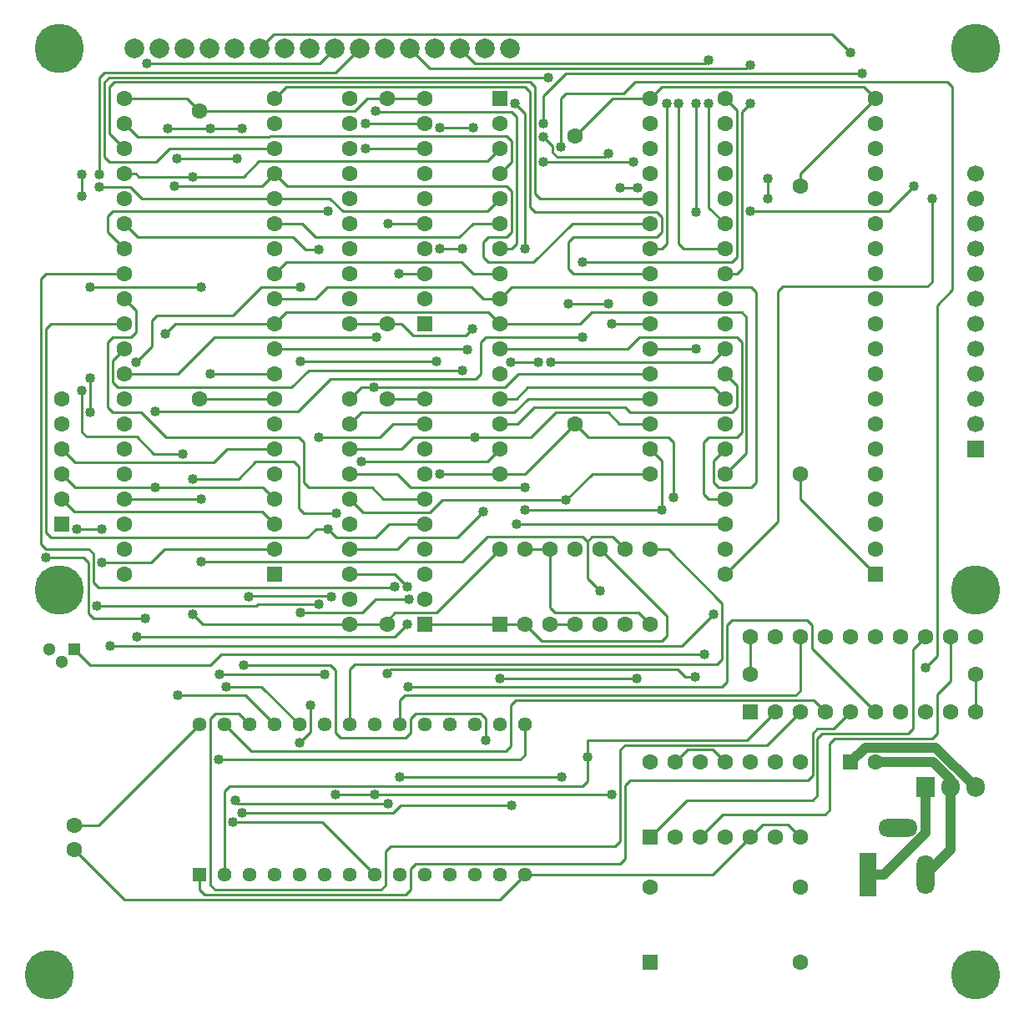
<source format=gbr>
%TF.GenerationSoftware,Novarm,DipTrace,4.3.0.5*%
%TF.CreationDate,2023-08-31T12:43:09+01:00*%
%FSLAX26Y26*%
%MOIN*%
%TF.FileFunction,Copper,L1,Top*%
%TF.Part,Single*%
%TA.AperFunction,Conductor*%
%ADD13C,0.009843*%
%ADD14C,0.03937*%
%TA.AperFunction,ComponentPad*%
%ADD17R,0.062992X0.062992*%
%ADD18C,0.062992*%
%ADD19C,0.19685*%
%ADD20R,0.056693X0.056693*%
%ADD21C,0.056693*%
%ADD22C,0.062992*%
%ADD23R,0.070866X0.173228*%
%ADD24O,0.070866X0.15748*%
%ADD25O,0.15748X0.070866*%
%ADD26R,0.066929X0.066929*%
%ADD27C,0.066929*%
%ADD28R,0.051181X0.051181*%
%ADD29C,0.051181*%
%ADD30R,0.075X0.07874*%
%ADD31O,0.075X0.07874*%
%ADD32C,0.07874*%
%TA.AperFunction,ViaPad*%
%ADD33C,0.04*%
G75*
G01*
%LPD*%
X2063780Y1917913D2*
D13*
X1913386Y1918110D1*
X813386Y1116535D2*
X911811D1*
X1313386Y1518110D1*
X3513189Y1717717D2*
X3513386Y1868110D1*
X3113386Y4018110D2*
X2963386D1*
X2813386Y3868110D1*
X3914961Y1368110D2*
D14*
X3974016Y1427165D1*
X4254331D1*
X4413386Y1268110D1*
X2063780Y3117913D2*
D13*
X1913386Y3118110D1*
X3713386Y3668110D2*
Y3718110D1*
X4013386Y4018110D1*
X1613386Y2818110D2*
X1313386D1*
X1913386Y1918110D2*
X1326500D1*
X1286811Y1957799D1*
X3113386Y4018110D2*
X3159649Y4064374D1*
X3967122D1*
X4013386Y4018110D1*
X3293272Y1708504D2*
X3253744D1*
X3223901Y1738347D1*
X2078858D1*
X2063779Y1723268D1*
X1286811Y2499138D2*
X1470307D1*
X1538693Y2567524D1*
X1690744D1*
X1710429Y2547839D1*
Y2381170D1*
X1730114Y2361485D1*
X1860791D1*
X2063780Y3117913D2*
X2121772D1*
X2167835Y3071851D1*
X2376508D1*
X2403795Y3099138D1*
X2063780Y1917913D2*
Y1932878D1*
X2095275Y1964374D1*
X2259649D1*
X2513386Y2218110D1*
X1485240Y3899138D2*
X1356657D1*
X2579335Y2318819D2*
X3288032D1*
X3288741Y2318110D1*
X3413386D1*
X1491264Y1754729D2*
X1836815D1*
X1856500Y1735044D1*
Y1486414D1*
X1876185Y1466729D1*
X2136815D1*
X2156500Y1486414D1*
Y1541540D1*
X2176185Y1561225D1*
X2436815D1*
X2456500Y1541540D1*
Y1455319D1*
X1613386Y2918110D2*
X1356657Y2918114D1*
Y3899138D2*
X1188307D1*
X3113386Y3118110D2*
X2959649Y3118114D1*
X1856500Y1238461D2*
X2013386D1*
X904646Y1992563D2*
X1542425D1*
X1549000Y1999138D1*
X1791264D1*
X879177Y2902721D2*
Y2764374D1*
X1321894Y3264374D2*
X879177D1*
X2013386Y1238461D2*
X2959649D1*
X1613386Y4018110D2*
X1659649Y4064374D1*
X2614098D1*
X2633783Y4044689D1*
Y3584059D1*
X2653468Y3564374D1*
X3139964D1*
X3159649Y3544689D1*
Y3484059D1*
X3139964Y3464374D1*
X2808354D1*
X2788669Y3444689D1*
Y3337800D1*
X2808359Y3318110D1*
X3113386D1*
X1813386Y1719965D2*
X1394413D1*
X3613386Y1568110D2*
X3502165Y1456890D1*
X2862799D1*
Y1387362D1*
X2513386Y3718110D2*
X2559649Y3764374D1*
Y3847839D1*
X2539964Y3867524D1*
X1595807D1*
X1592657Y3864374D1*
X1067122D1*
X1013386Y3918110D1*
X2862799Y1387362D2*
Y1292910D1*
X2843114Y1273225D1*
X1433075D1*
X1413386Y1253535D1*
Y918110D1*
X3113386Y3618110D2*
X2673154D1*
X2653468Y3637796D1*
Y4064374D1*
X2633783Y4084059D1*
X972996D1*
X953311Y4064374D1*
Y3878185D1*
X1013386Y3818110D1*
X3713386Y1568110D2*
X3582480Y1437205D1*
X3014098D1*
X2994413Y1417520D1*
Y1052354D1*
X2974726Y1032667D1*
X2076185D1*
X2056500Y1012982D1*
Y877166D1*
X2036815Y857481D1*
X1376185D1*
X1356500Y877166D1*
Y1541540D1*
X1376185Y1561225D1*
X1470271D1*
X1513386Y1518110D1*
X1013386Y3718110D2*
X1059647D1*
X1070548Y3707209D1*
X1287130D1*
X1413386Y1518110D2*
X1519216Y1412280D1*
X2536815D1*
X2556500Y1431965D1*
Y1594685D1*
X2576185Y1614370D1*
X3767126D1*
X3813386Y1568110D1*
X1287130Y3707209D2*
X1490665D1*
X1550980Y3767524D1*
X2462799D1*
X2513386Y3818110D1*
X1313386Y918110D2*
Y857481D1*
X1333071Y837796D1*
X2136815D1*
X2156500Y857481D1*
Y941540D1*
X2176185Y961225D1*
X2994413D1*
X3014098Y980910D1*
Y1275784D1*
X3033786Y1295472D1*
X3743114D1*
X3762799Y1315157D1*
Y1481300D1*
X3782484Y1500985D1*
X3846260D1*
X3913386Y1568110D1*
X4013386D2*
X3759646Y1821850D1*
Y1914369D1*
X3739960Y1934055D1*
X3441106D1*
X3421421Y1914370D1*
Y1688504D1*
X3401736Y1668819D1*
X2148153D1*
X2688232Y3918111D2*
Y4030028D1*
X2777027Y4118823D1*
X3959646D1*
X3047441Y3764374D2*
X2688232D1*
X2274728Y3902288D2*
X2408071D1*
X4213386Y1746296D2*
X4259646Y1792556D1*
Y3192414D1*
X4321350Y3254118D1*
Y4064374D1*
X4301665Y4084059D1*
X3053664D1*
X3007401Y4037796D1*
X2777445D1*
X2757760Y4018111D1*
Y3824736D1*
X2513386Y3018110D2*
X3024307D1*
X3070570Y3064374D1*
X3459646D1*
X3479331Y3044689D1*
Y2684059D1*
X3459646Y2664374D1*
X3347441D1*
X3327756Y2644689D1*
Y2437799D1*
X3347445Y2418110D1*
X3413386D1*
X2113386Y1307988D2*
X2759649D1*
X2383622Y3013906D2*
X2379418Y3018110D1*
X1613386D1*
X1177772Y3079449D2*
X1216434Y3118110D1*
X1613386D1*
X1448153Y1128859D2*
X1802637D1*
X2013386Y918110D1*
X2513386Y3118110D2*
X2835059D1*
X2881322Y3164374D1*
X3479331D1*
X3499016Y3144689D1*
Y2603741D1*
X3413386Y2518110D1*
X1613386Y3118110D2*
X1659649Y3164374D1*
X2467122D1*
X2513386Y3118110D1*
X1613386Y3218110D2*
X1776981D1*
X1823244Y3264374D1*
X2401477D1*
X2447741Y3218110D1*
X2513386D1*
X2559649Y3264374D1*
X3518701D1*
X3538386Y3244689D1*
Y2484059D1*
X3518701Y2464374D1*
X3386811D1*
X3367126Y2484059D1*
Y2571851D1*
X3413386Y2618110D1*
X1613386Y3318110D2*
X1659649Y3364374D1*
X2360796D1*
X2407060Y3318110D1*
X2513386D1*
X1713386Y1447044D2*
X1756500Y1490158D1*
Y1595988D1*
X2017520Y3967524D2*
X2020670Y3964374D1*
X2559650D1*
X2579335Y3944689D1*
Y3437800D1*
X2559646Y3418110D1*
X2513386D1*
X1613386Y3518110D2*
X1725142D1*
X1778878Y3464374D1*
X2352141D1*
X2405878Y3518110D1*
X2513386D1*
X913941Y3664374D2*
X1036516D1*
X1082780Y3618110D1*
X1613386D1*
X1097559Y1942721D2*
X889567D1*
X869882Y1962406D1*
Y2166063D1*
X850197Y2185748D1*
X702047D1*
X1613386Y3618110D2*
X1835497D1*
X1886083Y3567524D1*
X2462799D1*
X2513386Y3618110D1*
X1212535Y3667524D2*
X1562799D1*
X1613386Y3718110D1*
X1226460Y1635359D2*
X1496137D1*
X1613386Y1518110D1*
Y3718110D2*
X1663972Y3667524D1*
X2539964D1*
X2559649Y3647839D1*
Y3484059D1*
X2539964Y3464374D1*
X2467126D1*
X2447441Y3444689D1*
Y3384059D1*
X2467126Y3364374D1*
X2648862D1*
X2802599Y3518110D1*
X3113386D1*
X3179335Y3999138D2*
Y3437800D1*
X3159646Y3418110D1*
X3113386D1*
X1613386Y3818110D2*
X1195492D1*
X1141755Y3764374D1*
X953311D1*
X933626Y3784059D1*
Y4084059D1*
X953311Y4103744D1*
X2708374D1*
X1421736Y1670122D2*
X1561374D1*
X1713386Y1518110D1*
X2992992Y3661485D2*
X3062520D1*
X3013386Y2218110D2*
X2963976Y2267520D1*
X2881697D1*
X2862799Y2248622D1*
X2843901Y2267520D1*
X2463390D1*
X2363394Y2167524D1*
X1321575D1*
X1013386Y2418110D2*
X1321575Y2418111D1*
X2862799Y2248622D2*
Y2103524D1*
X2913386Y2052937D1*
X2513386Y2818110D2*
X2579335D1*
X2625598Y2864374D1*
X3367122D1*
X3413386Y2818110D1*
X3298697Y3999138D2*
Y3564374D1*
X2142677Y2068705D2*
X2093272Y2118110D1*
X1913386D1*
X2513386Y2718110D2*
X2585733D1*
X2651681Y2784059D1*
X3015153D1*
X3034838Y2764374D1*
X3439961D1*
X3459646Y2784059D1*
Y2871850D1*
X3413386Y2918110D1*
X1913386Y2218110D2*
X2103402D1*
X2149665Y2264374D1*
X2343861D1*
X2448149Y2368662D1*
X2067838Y1203697D2*
X1466748D1*
X1456500Y1213945D1*
X1223071Y3779453D2*
X1463941D1*
X2717677Y2964374D2*
X3359649D1*
X3413386Y3018110D1*
X1483398Y1164103D2*
X2086158D1*
X2119047Y1196992D1*
X2559649D1*
X1104602Y4158193D2*
X1793626D1*
X1853543Y4218110D1*
X2667835Y2964374D2*
X2556760D1*
X2513386Y2618110D2*
X2463232Y2567957D1*
X1959646D1*
X3113386Y2518110D2*
X2882914D1*
X2779020Y2414217D1*
X913941Y3714217D2*
Y4103744D1*
X933626Y4123429D1*
X1858862D1*
X1953543Y4218110D1*
X844413Y3629611D2*
Y3714217D1*
X1247299Y2599138D2*
X1131181D1*
X1062795Y2667524D1*
X864098D1*
X844413Y2687209D1*
Y2852878D1*
X2613386Y1518110D2*
Y1397200D1*
X2593701Y1377516D1*
X1391264D1*
X2779020Y2414217D2*
X2284567D1*
X2234724Y2364374D1*
X1967122D1*
X1913386Y2418110D1*
X3113386Y2618110D2*
X3159649Y2571847D1*
Y2375441D1*
X2614098Y2464374D2*
X2158394D1*
X2104658Y2518110D1*
X1913386D1*
X2574728Y3999138D2*
X2614098Y3959768D1*
Y3418823D1*
X3059649Y1703583D2*
X2513386D1*
X3159649Y2375441D2*
X2614098D1*
X3113386Y2718110D2*
X2992312D1*
X2946048Y2764374D1*
X2738390D1*
X2638390Y2664374D1*
X2413386D1*
X3413386Y3318110D2*
X3459646D1*
X3479331Y3337796D1*
Y3964375D1*
X3514094Y3999138D1*
Y4153587D2*
X3499015Y4138508D1*
X2233146D1*
X2153543Y4218110D1*
X2413386Y2664374D2*
X2167472D1*
X2121209Y2618110D1*
X1913386D1*
X3113386Y2818110D2*
X2625886D1*
X2572149Y2764374D1*
X1959649D1*
X1913386Y2718110D1*
X3413386Y3418110D2*
X3248863D1*
X3229177Y3437796D1*
Y3999138D1*
X3113386Y2918110D2*
X2586520D1*
X2532783Y2864374D1*
X2010953D1*
X3413386Y3518110D2*
X3348539Y3582957D1*
Y3999138D1*
Y4173272D2*
X3333460Y4158193D1*
X2413461D1*
X2353543Y4218110D1*
X2010953Y2864374D2*
X1959649D1*
X1913386Y2818110D1*
X2152043Y2018111D2*
X2016465D1*
X1962728Y1964374D1*
X1717244D1*
Y2968666D2*
X2259646D1*
X1059646Y2964374D2*
X1123323Y3028051D1*
Y3133189D1*
X1143008Y3152874D1*
X1447842D1*
X1559342Y3264374D1*
X1717244D1*
X2020405Y3064374D2*
X1375342D1*
X1229079Y2918110D1*
X1013386D1*
X2213386Y3318110D2*
X2110039Y3318111D1*
X2363937Y2933902D2*
X1752008D1*
X1682480Y2864374D1*
X986811D1*
X967126Y2884059D1*
Y2971851D1*
X1013386Y3018110D1*
X2274724Y3418111D2*
X2363937D1*
X2213386Y2318110D2*
X2070615D1*
X2016878Y2264374D1*
X1860791D1*
X1826027Y2299138D1*
X2213386Y3518110D2*
X2067086Y3518111D1*
X1826027Y2299138D2*
X1779520D1*
X1744756Y2264374D1*
X721736D1*
X702051Y2284059D1*
Y3098426D1*
X721736Y3118110D1*
X1013386D1*
X2213386Y2418110D2*
X2049004D1*
X2002740Y2464374D1*
X1749799D1*
X1730114Y2484059D1*
Y2644689D1*
X1710429Y2664374D1*
X1182480D1*
X1082480Y2764374D1*
X967126D1*
X947441Y2784059D1*
Y3044689D1*
X967126Y3064374D1*
X1039961D1*
X1059646Y3084059D1*
Y3171850D1*
X1013386Y3218110D1*
X2092835Y2068705D2*
X2088504Y2064374D1*
X909252D1*
X889567Y2084059D1*
Y2200827D1*
X869882Y2220512D1*
X702051D1*
X682366Y2240197D1*
Y3298426D1*
X702051Y3318110D1*
X1013386D1*
X2213386Y3818110D2*
X1977874Y3818111D1*
X1826027Y3567524D2*
X967126D1*
X947441Y3547839D1*
Y3484055D1*
X1013386Y3418110D1*
X1791264Y3416150D2*
X1736755D1*
X1688531Y3464374D1*
X1067122D1*
X1013386Y3518110D1*
X1791264Y2664374D2*
X2034157D1*
X2087894Y2718110D1*
X2213386D1*
Y3918110D2*
X1977874Y3918111D1*
X813386Y1018110D2*
X1013386Y818110D1*
X2513386D1*
X2613386Y918110D1*
X2063780Y2817913D2*
X2213386Y2818110D1*
X4013386Y1368110D2*
D14*
X4245374D1*
X4313386Y1300098D1*
Y1268110D1*
X1013386Y4018110D2*
D13*
X1263386D1*
X1313386Y3968110D1*
X3713386Y2518110D2*
Y2418110D1*
X4013386Y2118110D1*
X2513386Y2518110D2*
X2613386D1*
X2813386Y2718110D1*
X2063780Y4017913D2*
X2213386Y4018110D1*
X4413189Y1717717D2*
X4413386Y1568110D1*
X4313386Y1268110D2*
D14*
Y1018110D1*
X4213386Y918110D1*
X2613386D2*
D13*
X3363386D1*
X3513386Y1068110D1*
X3113386Y1918110D2*
X3067126Y1964370D1*
X2733075D1*
X2713386Y1984059D1*
Y2218110D1*
X1313386Y3968110D2*
X1934744D1*
X1984547Y4017913D1*
X2063780D1*
X2813386Y2718110D2*
X2867122Y2664374D1*
X3188779D1*
X3208464Y2644689D1*
Y2424894D1*
X3413386Y1368110D2*
X3363976Y1417520D1*
X3262795D1*
X3213386Y1368110D1*
X2948153Y3199138D2*
X2787205D1*
X2688232Y3864374D2*
X2722996Y3829610D1*
Y3803744D1*
X2742681Y3784059D1*
X2933074D1*
X2948153Y3799138D1*
X2513386Y2518110D2*
X2274724Y2518114D1*
X3513386Y1068110D2*
X3562795Y1117520D1*
X3663976D1*
X3713386Y1068110D1*
X2713386Y2218110D2*
X2613386D1*
X3913386Y4203425D2*
X3841417Y4275394D1*
X1610827D1*
X1553543Y4218110D1*
X4239964Y3618111D2*
Y3287209D1*
X4220279Y3267524D1*
X3644366D1*
X3624678Y3247836D1*
Y2329403D1*
X3413386Y2118110D1*
X3514094Y3567524D2*
X4066583D1*
X4166583Y3667524D1*
X1613386Y2318110D2*
X1563972Y2367524D1*
X813972D1*
X763386Y2418110D1*
X1613386Y2618110D2*
X1425209D1*
X1371472Y2564374D1*
X817122D1*
X763386Y2618110D1*
X924331Y2164374D2*
X1121767D1*
X1175504Y2218110D1*
X1613386D1*
X824728Y2299138D2*
X924331D1*
X2713386Y1918110D2*
X2813386D1*
X4213386Y1868110D2*
X4162795Y1817520D1*
Y1500984D1*
X4143110Y1481299D1*
X3802169D1*
X3782484Y1461614D1*
Y1236267D1*
X3762798Y1216581D1*
X3261856D1*
X3113386Y1068110D1*
X4313386Y1868110D2*
Y1691960D1*
X4259646Y1638221D1*
Y1481300D1*
X4239960Y1461614D1*
X3852176D1*
X3832491Y1441929D1*
Y1180122D1*
X3812806Y1160437D1*
X3405712D1*
X3313386Y1068110D1*
X4213386Y1268110D2*
D14*
Y1084932D1*
X4046564Y918110D1*
X3985039D1*
X3113386Y3018110D2*
D13*
X3297445Y3018111D1*
X2113386Y1518110D2*
Y1614369D1*
X2133071Y1634055D1*
X3693701D1*
X3713386Y1653739D1*
Y1868110D1*
X2213386Y1918110D2*
X2513386D1*
X2144803Y1918111D2*
X2093940Y1867248D1*
X1062795D1*
X2613386Y1918110D2*
X2679326Y1852170D1*
X3159650D1*
X3179335Y1871855D1*
Y1952161D1*
X2913386Y2218110D1*
X2513386Y1918110D2*
X2613386D1*
X3583622Y3617362D2*
Y3699138D1*
X959094Y1832485D2*
X3239980D1*
X3366972Y1959477D1*
X1841106Y2029611D2*
X1836815Y2033902D1*
X1515240D1*
X1510949Y2029611D1*
X763386Y2518110D2*
X817122Y2464374D1*
X1137248D1*
X2843118Y3364374D2*
X3439961D1*
X3459646Y3384059D1*
Y3971850D1*
X3413386Y4018110D1*
X1137248Y2767524D2*
X1705886D1*
X1837500Y2899138D1*
X2418870D1*
X2438555Y2918823D1*
Y3044689D1*
X2458240Y3064374D1*
X2843118D1*
X1137248Y2464374D2*
X1567122D1*
X1613386Y2418110D1*
X3113386Y2218110D2*
X3187237D1*
X3401736Y2003611D1*
Y1777717D1*
X3382051Y1758032D1*
X1933075D1*
X1913386Y1738342D1*
Y1518110D1*
X813386Y1818110D2*
X876767Y1754729D1*
X1358386D1*
X1401378Y1797721D1*
X3332209D1*
D33*
X1286811Y1957799D3*
X2063779Y1723268D3*
X1860791Y2361485D3*
X2403795Y3099138D3*
X3293272Y1708504D3*
X1286811Y2499138D3*
X1188307Y3899138D3*
X2456500Y1455319D3*
X1491264Y1754729D3*
X1485240Y3899138D3*
X1356657D3*
X2579335Y2318819D3*
X1356657Y2918114D3*
X2959649Y3118114D3*
Y1238461D3*
X1856500D3*
X1791264Y1999138D3*
X904646Y1992563D3*
X879177Y2764374D3*
Y2902721D3*
Y3264374D3*
X1321894D3*
X2013386Y1238461D3*
X1394413Y1719965D3*
X1813386D3*
X2862799Y1387362D3*
X1287130Y3707209D3*
X2148153Y1668819D3*
X3959646Y4118823D3*
X2688232Y3918111D3*
Y3764374D3*
X3047441D3*
X2408071Y3902288D3*
X2274728D3*
X2757760Y3824736D3*
X4213386Y1746296D3*
X2759649Y1307988D3*
X2113386D3*
X2383622Y3013906D3*
X1177772Y3079449D3*
X1448153Y1128859D3*
X2017520Y3967524D3*
X1756500Y1595988D3*
X1713386Y1447044D3*
X913941Y3664374D3*
X702047Y2185748D3*
X1097559Y1942721D3*
X1226460Y1635359D3*
X1212535Y3667524D3*
X3179335Y3999138D3*
X2708374Y4103744D3*
X1421736Y1670122D3*
X3062520Y3661485D3*
X2992992D3*
X1321575Y2418111D3*
Y2167524D3*
X2913386Y2052937D3*
X3298697Y3564374D3*
Y3999138D3*
X2142677Y2068705D3*
X2448149Y2368662D3*
X1456500Y1213945D3*
X1463941Y3779453D3*
X1223071D3*
X2067838Y1203697D3*
X2559649Y1196992D3*
X1483398Y1164103D3*
X1104602Y4158193D3*
X2556760Y2964374D3*
X2667835D3*
X1959646Y2567957D3*
X2717677Y2964374D3*
X913941Y3714217D3*
X844413D3*
Y3629611D3*
Y2852878D3*
X1247299Y2599138D3*
X1391264Y1377516D3*
X2779020Y2414217D3*
X2614098Y3418823D3*
X2574728Y3999138D3*
X2513386Y1703583D3*
X3059649D3*
X3159649Y2375441D3*
X2614098D3*
Y2464374D3*
X3514094Y3999138D3*
Y4153587D3*
X2413386Y2664374D3*
X3229177Y3999138D3*
X2010953Y2864374D3*
X3348539Y3999138D3*
Y4173272D3*
X1717244Y1964374D3*
X2152043Y2018111D3*
X2259646Y2968666D3*
X1717244Y3264374D3*
X1059646Y2964374D3*
X1717244Y2968666D3*
X2020405Y3064374D3*
X2110039Y3318111D3*
X2363937Y3418111D3*
X2274724D3*
X2363937Y2933902D3*
X2067086Y3518111D3*
X1826027Y2299138D3*
X2092835Y2068705D3*
X1977874Y3818111D3*
X1826027Y3567524D3*
X1791264Y2664374D3*
X1977874Y3918111D3*
X1791264Y3416150D3*
X3208464Y2424894D3*
X2787205Y3199138D3*
X2948153D3*
Y3799138D3*
X2688232Y3864374D3*
X2274724Y2518114D3*
X3913386Y4203425D3*
X4239964Y3618111D3*
X4166583Y3667524D3*
X3514094Y3567524D3*
X924331Y2164374D3*
Y2299138D3*
X824728D3*
X3297445Y3018111D3*
X1062795Y1867248D3*
X2144803Y1918111D3*
X3583622Y3699138D3*
Y3617362D3*
X3366972Y1959477D3*
X959094Y1832485D3*
X1510949Y2029611D3*
X1841106D3*
X2843118Y3364374D3*
Y3064374D3*
X1137248Y2767524D3*
Y2464374D3*
X3332209Y1797721D3*
D17*
X2513386Y4018110D3*
D18*
Y3918110D3*
Y3818110D3*
Y3718110D3*
Y3618110D3*
Y3518110D3*
Y3418110D3*
Y3318110D3*
Y3218110D3*
Y3118110D3*
Y3018110D3*
Y2918110D3*
Y2818110D3*
Y2718110D3*
Y2618110D3*
Y2518110D3*
X3113386D3*
Y2618110D3*
Y2718110D3*
Y2818110D3*
Y2918110D3*
Y3018110D3*
Y3118110D3*
Y3218110D3*
Y3318110D3*
Y3418110D3*
Y3518110D3*
Y3618110D3*
Y3718110D3*
Y3818110D3*
Y3918110D3*
Y4018110D3*
D17*
X1613386Y2118110D3*
D18*
Y2218110D3*
Y2318110D3*
Y2418110D3*
Y2518110D3*
Y2618110D3*
Y2718110D3*
Y2818110D3*
Y2918110D3*
Y3018110D3*
Y3118110D3*
Y3218110D3*
Y3318110D3*
Y3418110D3*
Y3518110D3*
Y3618110D3*
Y3718110D3*
Y3818110D3*
Y3918110D3*
Y4018110D3*
X1013386D3*
Y3918110D3*
Y3818110D3*
Y3718110D3*
Y3618110D3*
Y3518110D3*
Y3418110D3*
Y3318110D3*
Y3218110D3*
Y3118110D3*
Y3018110D3*
Y2918110D3*
Y2818110D3*
Y2718110D3*
Y2618110D3*
Y2518110D3*
Y2418110D3*
Y2318110D3*
Y2218110D3*
Y2118110D3*
D19*
X4413386Y518110D3*
D20*
X1313386Y918110D3*
D21*
X1413386D3*
X1513386D3*
X1613386D3*
X1713386D3*
X1813386D3*
X1913386D3*
X2013386D3*
X2113386D3*
X2213386D3*
X2313386D3*
X2413386D3*
X2513386D3*
X2613386D3*
Y1518110D3*
X2513386D3*
X2413386D3*
X2313386D3*
X2213386D3*
X2113386D3*
X2013386D3*
X1913386D3*
X1813386D3*
X1713386D3*
X1613386D3*
X1513386D3*
X1413386D3*
X1313386D3*
D17*
X3513386Y1568110D3*
D18*
X3613386D3*
X3713386D3*
X3813386D3*
X3913386D3*
X4013386D3*
X4113386D3*
X4213386D3*
X4313386D3*
X4413386D3*
Y1868110D3*
X4313386D3*
X4213386D3*
X4113386D3*
X4013386D3*
X3913386D3*
X3813386D3*
X3713386D3*
X3613386D3*
X3513386D3*
D22*
X3513189Y1717717D3*
X4413189D3*
X2063780Y1917913D3*
Y2817913D3*
D17*
X3113386Y568110D3*
D22*
X3713386D3*
Y868110D3*
X3113386D3*
D17*
X3914961Y1368110D3*
D22*
X4013386D3*
D23*
X3985039Y918110D3*
D24*
X4213386D3*
D25*
X4103150Y1107087D3*
D19*
X713386Y518110D3*
D26*
X4413386Y2618110D3*
D27*
Y2718110D3*
Y2818110D3*
Y2918110D3*
Y3018110D3*
Y3118110D3*
Y3218110D3*
Y3318110D3*
Y3418110D3*
Y3518110D3*
Y3618110D3*
Y3718110D3*
D17*
X4013386Y2118110D3*
D18*
Y2218110D3*
Y2318110D3*
Y2418110D3*
Y2518110D3*
Y2618110D3*
Y2718110D3*
Y2818110D3*
Y2918110D3*
Y3018110D3*
Y3118110D3*
Y3218110D3*
Y3318110D3*
Y3418110D3*
Y3518110D3*
Y3618110D3*
Y3718110D3*
Y3818110D3*
Y3918110D3*
Y4018110D3*
X3413386D3*
Y3918110D3*
Y3818110D3*
Y3718110D3*
Y3618110D3*
Y3518110D3*
Y3418110D3*
Y3318110D3*
Y3218110D3*
Y3118110D3*
Y3018110D3*
Y2918110D3*
Y2818110D3*
Y2718110D3*
Y2618110D3*
Y2518110D3*
Y2418110D3*
Y2318110D3*
Y2218110D3*
Y2118110D3*
D28*
X813386Y1818110D3*
D29*
X763386Y1768110D3*
X713386Y1818110D3*
D17*
X763386Y2318110D3*
D18*
Y2418110D3*
Y2518110D3*
Y2618110D3*
Y2718110D3*
Y2818110D3*
D22*
X2813386Y3868110D3*
Y2718110D3*
D17*
X2213386Y1918110D3*
D18*
Y2018110D3*
Y2118110D3*
Y2218110D3*
Y2318110D3*
Y2418110D3*
Y2518110D3*
Y2618110D3*
Y2718110D3*
Y2818110D3*
X1913386D3*
Y2718110D3*
Y2618110D3*
Y2518110D3*
Y2418110D3*
Y2318110D3*
Y2218110D3*
Y2118110D3*
Y2018110D3*
Y1918110D3*
D17*
X3113386Y1068110D3*
D18*
X3213386D3*
X3313386D3*
X3413386D3*
X3513386D3*
X3613386D3*
X3713386D3*
Y1368110D3*
X3613386D3*
X3513386D3*
X3413386D3*
X3313386D3*
X3213386D3*
X3113386D3*
D17*
X2513386Y1918110D3*
D18*
X2613386D3*
X2713386D3*
X2813386D3*
X2913386D3*
X3013386D3*
X3113386D3*
Y2218110D3*
X3013386D3*
X2913386D3*
X2813386D3*
X2713386D3*
X2613386D3*
X2513386D3*
D22*
X1313386Y2818110D3*
Y3968110D3*
D17*
X2213386Y3118110D3*
D18*
Y3218110D3*
Y3318110D3*
Y3418110D3*
Y3518110D3*
Y3618110D3*
Y3718110D3*
Y3818110D3*
Y3918110D3*
Y4018110D3*
X1913386D3*
Y3918110D3*
Y3818110D3*
Y3718110D3*
Y3618110D3*
Y3518110D3*
Y3418110D3*
Y3318110D3*
Y3218110D3*
Y3118110D3*
D30*
X4213386Y1268110D3*
D31*
X4313386D3*
X4413386D3*
D22*
X2063780Y3117913D3*
Y4017913D3*
D19*
X753543Y4218110D3*
Y2054331D3*
D32*
X1253543Y4218110D3*
X2453543D3*
X2553543D3*
D19*
X4413386D3*
Y2054331D3*
D32*
X1053543Y4218110D3*
X1153543D3*
X1353543D3*
X1453543D3*
X1553543D3*
X1653543D3*
X1753543D3*
X1853543D3*
X1953543D3*
X2053543D3*
X2153543D3*
X2253543D3*
X2353543D3*
D22*
X3713386Y3668110D3*
Y2518110D3*
X813386Y1116535D3*
Y1018110D3*
M02*

</source>
